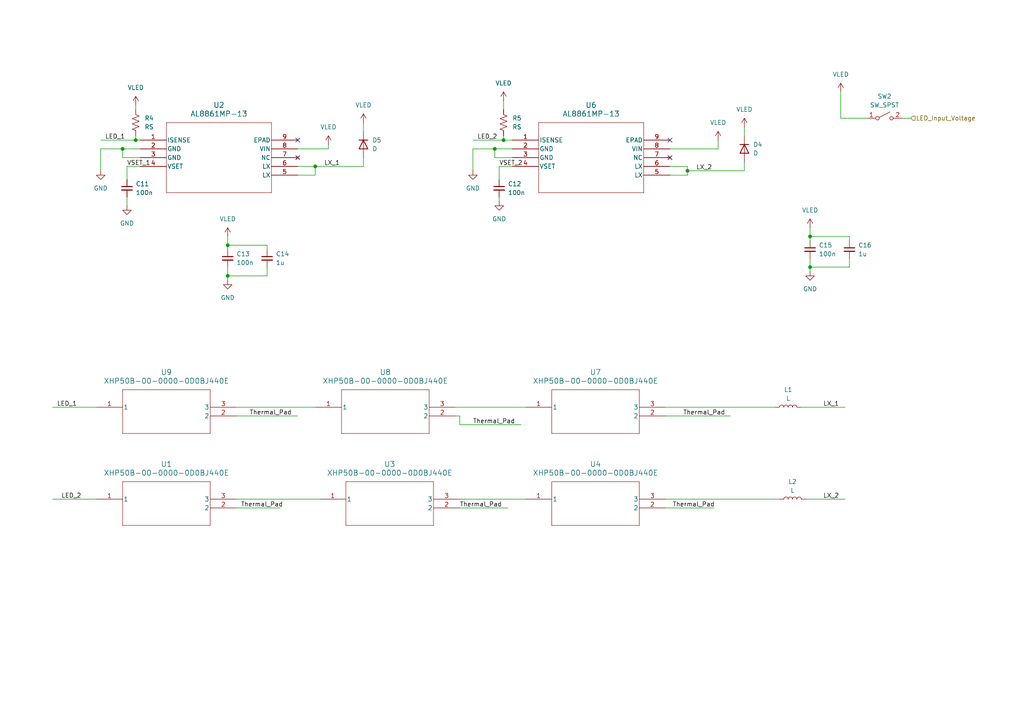
<source format=kicad_sch>
(kicad_sch (version 20250114) (generator "eeschema") (generator_version "9.0")
  (paper "A4")
  (lib_symbols
    (symbol "AL8861MP:AL8861MP-13" (pin_names (offset 0.254))
      (property "Reference" "U" (at 22.86 10.16 0))
      (property "Value" "AL8861MP-13" (at 22.86 7.62 0))
      (symbol "AL8861MP-13_0_1"
        (polyline (pts (xy 7.62 5.08) (xy 7.62 -15.24)) (stroke (width 0.127)))
        (polyline (pts (xy 7.62 -15.24) (xy 38.1 -15.24)) (stroke (width 0.127)))
        (polyline (pts (xy 38.1 5.08) (xy 7.62 5.08)) (stroke (width 0.127)))
        (polyline (pts (xy 38.1 -15.24) (xy 38.1 5.08)) (stroke (width 0.127)))
        (pin unspecified line (at 0 0 0) (length 7.62) (name "ISENSE") (number "1"))
        (pin power_out line (at 0 -2.54 0) (length 7.62) (name "GND") (number "2"))
        (pin power_out line (at 0 -5.08 0) (length 7.62) (name "GND") (number "3"))
        (pin power_in line (at 0 -7.62 0) (length 7.62) (name "VSET") (number "4"))
        (pin power_out line (at 45.72 0 180) (length 7.62) (name "EPAD") (number "9"))
        (pin power_in line (at 45.72 -2.54 180) (length 7.62) (name "VIN") (number "8"))
        (pin no_connect line (at 45.72 -5.08 180) (length 7.62) (name "NC") (number "7"))
        (pin unspecified line (at 45.72 -7.62 180) (length 7.62) (name "LX") (number "6"))
        (pin unspecified line (at 45.72 -10.16 180) (length 7.62) (name "LX") (number "5"))
      )
    )
    (symbol "Device:C_Small" (pin_numbers (hide yes)) (pin_names (offset 0.254) (hide yes))
      (property "Reference" "C" (at 0.254 1.778 0))
      (property "Value" "C_Small" (at 0.254 -2.032 0))
      (symbol "C_Small_0_1"
        (polyline (pts (xy -1.524 0.508) (xy 1.524 0.508)) (stroke (width 0.3048)))
        (polyline (pts (xy -1.524 -0.508) (xy 1.524 -0.508)) (stroke (width 0.3302)))
      )
      (symbol "C_Small_1_1"
        (pin passive line (at 0 2.54 270) (length 2.032) (name "~") (number "1"))
        (pin passive line (at 0 -2.54 90) (length 2.032) (name "~") (number "2"))
      )
    )
    (symbol "Device:D" (pin_numbers (hide yes)) (pin_names (offset 1.016) (hide yes))
      (property "Reference" "D" (at 0 2.54 0))
      (property "Value" "D" (at 0 -2.54 0))
      (symbol "D_0_1"
        (polyline (pts (xy -1.27 1.27) (xy -1.27 -1.27)) (stroke (width 0.254)))
        (polyline (pts (xy 1.27 1.27) (xy 1.27 -1.27) (xy -1.27 0) (xy 1.27 1.27)) (stroke (width 0.254)))
        (polyline (pts (xy 1.27 0) (xy -1.27 0)))
      )
      (symbol "D_1_1"
        (pin passive line (at -3.81 0 0) (length 2.54) (name "K") (number "1"))
        (pin passive line (at 3.81 0 180) (length 2.54) (name "A") (number "2"))
      )
    )
    (symbol "Device:L" (pin_numbers (hide yes)) (pin_names (offset 1.016) (hide yes))
      (property "Reference" "L" (at -1.27 0 90))
      (property "Value" "L" (at 1.905 0 90))
      (symbol "L_0_1"
        (arc (start 0 2.54) (mid 0.6323 1.905) (end 0 1.27))
        (arc (start 0 1.27) (mid 0.6323 0.635) (end 0 0))
        (arc (start 0 0) (mid 0.6323 -0.635) (end 0 -1.27))
        (arc (start 0 -1.27) (mid 0.6323 -1.905) (end 0 -2.54))
      )
      (symbol "L_1_1"
        (pin passive line (at 0 3.81 270) (length 1.27) (name "1") (number "1"))
        (pin passive line (at 0 -3.81 90) (length 1.27) (name "2") (number "2"))
      )
    )
    (symbol "Device:R_US" (pin_numbers (hide yes)) (pin_names (offset 0))
      (property "Reference" "R" (at 2.54 0 90))
      (property "Value" "R_US" (at -2.54 0 90))
      (symbol "R_US_0_1"
        (polyline (pts (xy 0 2.286) (xy 0 2.54)))
        (polyline (pts (xy 0 2.286) (xy 1.016 1.905) (xy 0 1.524) (xy -1.016 1.143) (xy 0 0.762)))
        (polyline (pts (xy 0 0.762) (xy 1.016 0.381) (xy 0 0) (xy -1.016 -0.381) (xy 0 -0.762)))
        (polyline (pts (xy 0 -0.762) (xy 1.016 -1.143) (xy 0 -1.524) (xy -1.016 -1.905) (xy 0 -2.286)))
        (polyline (pts (xy 0 -2.286) (xy 0 -2.54)))
      )
      (symbol "R_US_1_1"
        (pin passive line (at 0 3.81 270) (length 1.27) (name "~") (number "1"))
        (pin passive line (at 0 -3.81 90) (length 1.27) (name "~") (number "2"))
      )
    )
    (symbol "Switch:SW_SPST" (pin_names (offset 0) (hide yes))
      (property "Reference" "SW" (at 0 3.175 0))
      (property "Value" "SW_SPST" (at 0 -2.54 0))
      (symbol "SW_SPST_0_0"
        (circle (center -2.032 0) (radius 0.508))
        (polyline (pts (xy -1.524 0.254) (xy 1.524 1.778)))
        (circle (center 2.032 0) (radius 0.508))
      )
      (symbol "SW_SPST_1_1"
        (pin passive line (at -5.08 0 0) (length 2.54) (name "A") (number "1"))
        (pin passive line (at 5.08 0 180) (length 2.54) (name "B") (number "2"))
      )
    )
    (symbol "XHP50B-00-0000-0D0BJ440E:XHP50B-00-0000-0D0BJ440E" (pin_names (offset 0.254))
      (property "Reference" "U" (at 20.32 10.16 0))
      (property "Value" "XHP50B-00-0000-0D0BJ440E" (at 20.32 7.62 0))
      (symbol "XHP50B-00-0000-0D0BJ440E_0_1"
        (polyline (pts (xy 7.62 5.08) (xy 7.62 -7.62)) (stroke (width 0.127)))
        (polyline (pts (xy 7.62 -7.62) (xy 33.02 -7.62)) (stroke (width 0.127)))
        (polyline (pts (xy 33.02 5.08) (xy 7.62 5.08)) (stroke (width 0.127)))
        (polyline (pts (xy 33.02 -7.62) (xy 33.02 5.08)) (stroke (width 0.127)))
        (pin unspecified line (at 0 0 0) (length 7.62) (name "1") (number "1"))
        (pin unspecified line (at 40.64 0 180) (length 7.62) (name "3") (number "3"))
        (pin unspecified line (at 40.64 -2.54 180) (length 7.62) (name "2") (number "2"))
      )
    )
    (symbol "power:GND" (power) (pin_numbers (hide yes)) (pin_names (offset 0) (hide yes))
      (property "Value" "GND" (at 0 -3.81 0))
      (symbol "GND_0_1"
        (polyline (pts (xy 0 0) (xy 0 -1.27) (xy 1.27 -1.27) (xy 0 -2.54) (xy -1.27 -1.27) (xy 0 -1.27)))
      )
      (symbol "GND_1_1"
        (pin power_in line (at 0 0 270) (length 0) (name "~") (number "1"))
      )
    )
    (symbol "power:VBUS" (power) (pin_numbers (hide yes)) (pin_names (offset 0) (hide yes))
      (property "Value" "VBUS" (at 0 3.556 0))
      (symbol "VBUS_0_1"
        (polyline (pts (xy -0.762 1.27) (xy 0 2.54)))
        (polyline (pts (xy 0 2.54) (xy 0.762 1.27)))
        (polyline (pts (xy 0 0) (xy 0 2.54)))
      )
      (symbol "VBUS_1_1"
        (pin power_in line (at 0 0 90) (length 0) (name "~") (number "1"))
      )
    )
  )
  (junction (at 143.51 43.18))
  (junction (at 66.04 71.12))
  (junction (at 234.95 68.58))
  (junction (at 91.44 48.26))
  (junction (at 146.05 40.64))
  (junction (at 66.04 80.01))
  (junction (at 39.37 40.64))
  (junction (at 234.95 77.47))
  (junction (at 199.39 49.53))
  (junction (at 35.56 43.18))
  (no_connect (at 86.36 40.64))
  (no_connect (at 194.31 40.64))
  (no_connect (at 86.36 45.72))
  (no_connect (at 194.31 45.72))
  (wire (pts (xy 146.05 40.64) (xy 148.59 40.64)))
  (wire (pts (xy 29.21 43.18) (xy 35.56 43.18)))
  (wire (pts (xy 77.47 80.01) (xy 66.04 80.01)))
  (wire (pts (xy 143.51 43.18) (xy 148.59 43.18)))
  (wire (pts (xy 91.44 48.26) (xy 105.41 48.26)))
  (wire (pts (xy 137.16 49.53) (xy 137.16 43.18)))
  (wire (pts (xy 234.95 68.58) (xy 234.95 69.85)))
  (wire (pts (xy 133.35 123.19) (xy 151.13 123.19)))
  (wire (pts (xy 246.38 77.47) (xy 234.95 77.47)))
  (wire (pts (xy 68.58 144.78) (xy 92.71 144.78)))
  (wire (pts (xy 193.04 144.78) (xy 226.06 144.78)))
  (wire (pts (xy 132.08 120.65) (xy 133.35 120.65)))
  (wire (pts (xy 234.95 77.47) (xy 234.95 78.74)))
  (wire (pts (xy 77.47 77.47) (xy 77.47 80.01)))
  (wire (pts (xy 208.28 40.64) (xy 208.28 43.18)))
  (wire (pts (xy 133.35 144.78) (xy 152.4 144.78)))
  (wire (pts (xy 68.58 147.32) (xy 81.28 147.32)))
  (wire (pts (xy 246.38 68.58) (xy 246.38 69.85)))
  (wire (pts (xy 144.78 48.26) (xy 148.59 48.26)))
  (wire (pts (xy 68.58 118.11) (xy 91.44 118.11)))
  (wire (pts (xy 193.04 120.65) (xy 211.836 120.65)))
  (wire (pts (xy 86.36 43.18) (xy 95.25 43.18)))
  (wire (pts (xy 137.16 43.18) (xy 143.51 43.18)))
  (wire (pts (xy 199.39 50.8) (xy 194.31 50.8)))
  (wire (pts (xy 35.56 43.18) (xy 40.64 43.18)))
  (wire (pts (xy 148.59 45.72) (xy 143.51 45.72)))
  (wire (pts (xy 66.04 71.12) (xy 66.04 72.39)))
  (wire (pts (xy 35.56 45.72) (xy 35.56 43.18)))
  (wire (pts (xy 234.95 66.04) (xy 234.95 68.58)))
  (wire (pts (xy 66.04 80.01) (xy 66.04 81.28)))
  (wire (pts (xy 39.37 40.64) (xy 40.64 40.64)))
  (wire (pts (xy 199.39 48.26) (xy 199.39 49.53)))
  (wire (pts (xy 40.64 45.72) (xy 35.56 45.72)))
  (wire (pts (xy 246.38 74.93) (xy 246.38 77.47)))
  (wire (pts (xy 233.68 144.78) (xy 245.11 144.78)))
  (wire (pts (xy 137.16 40.64) (xy 146.05 40.64)))
  (wire (pts (xy 261.62 34.29) (xy 264.16 34.29)))
  (wire (pts (xy 143.51 45.72) (xy 143.51 43.18)))
  (wire (pts (xy 232.41 118.11) (xy 245.11 118.11)))
  (wire (pts (xy 66.04 77.47) (xy 66.04 80.01)))
  (wire (pts (xy 91.44 48.26) (xy 91.44 50.8)))
  (wire (pts (xy 199.39 49.53) (xy 199.39 50.8)))
  (wire (pts (xy 133.35 120.65) (xy 133.35 123.19)))
  (wire (pts (xy 29.21 49.53) (xy 29.21 43.18)))
  (wire (pts (xy 29.21 40.64) (xy 39.37 40.64)))
  (wire (pts (xy 146.05 39.37) (xy 146.05 40.64)))
  (wire (pts (xy 193.04 118.11) (xy 224.79 118.11)))
  (wire (pts (xy 234.95 74.93) (xy 234.95 77.47)))
  (wire (pts (xy 194.31 48.26) (xy 199.39 48.26)))
  (wire (pts (xy 194.31 43.18) (xy 208.28 43.18)))
  (wire (pts (xy 15.24 118.11) (xy 27.94 118.11)))
  (wire (pts (xy 15.24 144.78) (xy 27.94 144.78)))
  (wire (pts (xy 66.04 68.58) (xy 66.04 71.12)))
  (wire (pts (xy 144.78 52.07) (xy 144.78 48.26)))
  (wire (pts (xy 36.83 57.15) (xy 36.83 59.69)))
  (wire (pts (xy 243.84 26.67) (xy 243.84 34.29)))
  (wire (pts (xy 39.37 39.37) (xy 39.37 40.64)))
  (wire (pts (xy 215.9 46.99) (xy 215.9 49.53)))
  (wire (pts (xy 133.35 147.32) (xy 147.32 147.32)))
  (wire (pts (xy 95.25 41.91) (xy 95.25 43.18)))
  (wire (pts (xy 132.08 118.11) (xy 152.4 118.11)))
  (wire (pts (xy 144.78 57.15) (xy 144.78 58.42)))
  (wire (pts (xy 86.36 48.26) (xy 91.44 48.26)))
  (wire (pts (xy 91.44 50.8) (xy 86.36 50.8)))
  (wire (pts (xy 39.37 30.48) (xy 39.37 31.75)))
  (wire (pts (xy 199.39 49.53) (xy 215.9 49.53)))
  (wire (pts (xy 215.9 36.83) (xy 215.9 39.37)))
  (wire (pts (xy 105.41 45.72) (xy 105.41 48.26)))
  (wire (pts (xy 234.95 68.58) (xy 246.38 68.58)))
  (wire (pts (xy 36.83 48.26) (xy 40.64 48.26)))
  (wire (pts (xy 146.05 29.21) (xy 146.05 31.75)))
  (wire (pts (xy 36.83 52.07) (xy 36.83 48.26)))
  (wire (pts (xy 193.04 147.32) (xy 207.01 147.32)))
  (wire (pts (xy 68.58 120.65) (xy 86.36 120.65)))
  (wire (pts (xy 66.04 71.12) (xy 77.47 71.12)))
  (wire (pts (xy 77.47 71.12) (xy 77.47 72.39)))
  (wire (pts (xy 105.41 35.56) (xy 105.41 38.1)))
  (wire (pts (xy 251.46 34.29) (xy 243.84 34.29)))
  (label "Thermal_Pad" (at 195.072 147.32 0))
  (label "LX_1" (at 238.76 118.11 0))
  (label "LED_2" (at 138.43 40.64 0))
  (label "Thermal_Pad" (at 69.85 147.32 0))
  (label "Thermal_Pad" (at 198.12 120.65 0))
  (label "LED_1" (at 16.51 118.11 0))
  (label "Thermal_Pad" (at 133.35 147.32 0))
  (label "VSET_2" (at 144.78 48.26 0))
  (label "LX_2" (at 238.76 144.78 0))
  (label "VSET_1" (at 36.83 48.26 0))
  (label "Thermal_Pad" (at 72.39 120.65 0))
  (label "LX_2" (at 201.93 49.53 0))
  (label "LED_2" (at 17.78 144.78 0))
  (label "Thermal_Pad" (at 137.16 123.19 0))
  (label "LED_1" (at 30.48 40.64 0))
  (label "LX_1" (at 93.98 48.26 0))
  (hierarchical_label "LED_Input_Voltage" (shape input) (at 264.16 34.29 0))
  (symbol (lib_id "power:GND") (at 66.04 81.28 0) (unit 1)
    (property "Reference" "#PWR028" (effects (hide yes)))
    (property "Value" "GND" (at 66.04 86.36 0))
    (property "Description" "Power symbol creates a global label with name \"GND\" , ground" (effects (hide yes)))
  )
  (symbol (lib_id "Device:C_Small") (at 77.47 74.93 0) (unit 1)
    (property "Reference" "C14" (at 80.01 73.6662 0) (effects (justify left)))
    (property "Value" "1u" (at 80.01 76.2062 0) (effects (justify left)))
    (property "Footprint" "Capacitor_SMD:C_0603_1608Metric_Pad1.08x0.95mm_HandSolder" (effects (hide yes)))
    (property "Description" "Unpolarized capacitor, small symbol" (effects (hide yes)))
  )
  (symbol (lib_id "XHP50B-00-0000-0D0BJ440E:XHP50B-00-0000-0D0BJ440E") (at 92.71 144.78 0) (unit 1)
    (property "Reference" "U3" (at 113.03 134.62 0) (effects (font (size 1.524 1.524))))
    (property "Value" "XHP50B-00-0000-0D0BJ440E" (at 113.03 137.16 0) (effects (font (size 1.524 1.524))))
    (property "Footprint" "CHIP_D0BJ440E_WFS" (effects (hide yes)))
    (property "Datasheet" "XHP50B-00-0000-0D0BJ440E" (effects (hide yes)))
  )
  (symbol (lib_id "Device:C_Small") (at 234.95 72.39 0) (unit 1)
    (property "Reference" "C15" (at 237.49 71.1262 0) (effects (justify left)))
    (property "Value" "100n" (at 237.49 73.6662 0) (effects (justify left)))
    (property "Footprint" "Capacitor_SMD:C_0603_1608Metric_Pad1.08x0.95mm_HandSolder" (effects (hide yes)))
    (property "Description" "Unpolarized capacitor, small symbol" (effects (hide yes)))
  )
  (symbol (lib_id "XHP50B-00-0000-0D0BJ440E:XHP50B-00-0000-0D0BJ440E") (at 27.94 118.11 0) (unit 1)
    (property "Reference" "U9" (at 48.26 107.95 0) (effects (font (size 1.524 1.524))))
    (property "Value" "XHP50B-00-0000-0D0BJ440E" (at 48.26 110.49 0) (effects (font (size 1.524 1.524))))
    (property "Footprint" "CHIP_D0BJ440E_WFS" (effects (hide yes)))
    (property "Datasheet" "XHP50B-00-0000-0D0BJ440E" (effects (hide yes)))
  )
  (symbol (lib_id "Device:C_Small") (at 36.83 54.61 0) (unit 1)
    (property "Reference" "C11" (at 39.37 53.3462 0) (effects (justify left)))
    (property "Value" "100n" (at 39.37 55.8862 0) (effects (justify left)))
    (property "Footprint" "Capacitor_SMD:C_0603_1608Metric_Pad1.08x0.95mm_HandSolder" (effects (hide yes)))
    (property "Description" "Unpolarized capacitor, small symbol" (effects (hide yes)))
  )
  (symbol (lib_id "Device:C_Small") (at 246.38 72.39 0) (unit 1)
    (property "Reference" "C16" (at 248.92 71.1262 0) (effects (justify left)))
    (property "Value" "1u" (at 248.92 73.6662 0) (effects (justify left)))
    (property "Footprint" "Capacitor_SMD:C_0603_1608Metric_Pad1.08x0.95mm_HandSolder" (effects (hide yes)))
    (property "Description" "Unpolarized capacitor, small symbol" (effects (hide yes)))
  )
  (symbol (lib_id "Device:L") (at 228.6 118.11 90) (unit 1)
    (property "Reference" "L1" (at 228.6 113.03 90))
    (property "Value" "L" (at 228.6 115.57 90))
    (property "Description" "Inductor" (effects (hide yes)))
  )
  (symbol (lib_id "power:GND") (at 234.95 78.74 0) (unit 1)
    (property "Reference" "#PWR029" (effects (hide yes)))
    (property "Value" "GND" (at 234.95 83.82 0))
    (property "Description" "Power symbol creates a global label with name \"GND\" , ground" (effects (hide yes)))
  )
  (symbol (lib_id "XHP50B-00-0000-0D0BJ440E:XHP50B-00-0000-0D0BJ440E") (at 152.4 118.11 0) (unit 1)
    (property "Reference" "U7" (at 172.72 107.95 0) (effects (font (size 1.524 1.524))))
    (property "Value" "XHP50B-00-0000-0D0BJ440E" (at 172.72 110.49 0) (effects (font (size 1.524 1.524))))
    (property "Footprint" "CHIP_D0BJ440E_WFS" (effects (hide yes)))
    (property "Datasheet" "XHP50B-00-0000-0D0BJ440E" (effects (hide yes)))
  )
  (symbol (lib_id "Switch:SW_SPST") (at 256.54 34.29 0) (unit 1)
    (property "Reference" "SW2" (at 256.54 27.94 0))
    (property "Value" "SW_SPST" (at 256.54 30.48 0))
    (property "Description" "Single Pole Single Throw (SPST) switch" (effects (hide yes)))
  )
  (symbol (lib_id "power:GND") (at 144.78 58.42 0) (unit 1)
    (property "Reference" "#PWR025" (effects (hide yes)))
    (property "Value" "GND" (at 144.78 63.5 0))
    (property "Description" "Power symbol creates a global label with name \"GND\" , ground" (effects (hide yes)))
  )
  (symbol (lib_id "power:VBUS") (at 39.37 30.48 0) (unit 1)
    (property "Reference" "#PWR033" (effects (hide yes)))
    (property "Value" "VLED" (at 39.37 25.4 0))
    (property "Description" "Power symbol creates a global label with name \"VBUS\"" (effects (hide yes)))
  )
  (symbol (lib_id "power:VBUS") (at 243.84 26.67 0) (unit 1)
    (property "Reference" "#PWR030" (effects (hide yes)))
    (property "Value" "VLED" (at 243.84 21.59 0))
    (property "Description" "Power symbol creates a global label with name \"VBUS\"" (effects (hide yes)))
  )
  (symbol (lib_id "power:VBUS") (at 66.04 68.58 0) (unit 1)
    (property "Reference" "#PWR037" (effects (hide yes)))
    (property "Value" "VLED" (at 66.04 63.5 0))
    (property "Description" "Power symbol creates a global label with name \"VBUS\"" (effects (hide yes)))
  )
  (symbol (lib_id "power:VBUS") (at 234.95 66.04 0) (unit 1)
    (property "Reference" "#PWR038" (effects (hide yes)))
    (property "Value" "VLED" (at 234.95 60.96 0))
    (property "Description" "Power symbol creates a global label with name \"VBUS\"" (effects (hide yes)))
  )
  (symbol (lib_id "Device:C_Small") (at 144.78 54.61 0) (unit 1)
    (property "Reference" "C12" (at 147.32 53.3462 0) (effects (justify left)))
    (property "Value" "100n" (at 147.32 55.8862 0) (effects (justify left)))
    (property "Footprint" "Capacitor_SMD:C_0603_1608Metric_Pad1.08x0.95mm_HandSolder" (effects (hide yes)))
    (property "Description" "Unpolarized capacitor, small symbol" (effects (hide yes)))
  )
  (symbol (lib_id "Device:C_Small") (at 66.04 74.93 0) (unit 1)
    (property "Reference" "C13" (at 68.58 73.6662 0) (effects (justify left)))
    (property "Value" "100n" (at 68.58 76.2062 0) (effects (justify left)))
    (property "Footprint" "Capacitor_SMD:C_0603_1608Metric_Pad1.08x0.95mm_HandSolder" (effects (hide yes)))
    (property "Description" "Unpolarized capacitor, small symbol" (effects (hide yes)))
  )
  (symbol (lib_id "XHP50B-00-0000-0D0BJ440E:XHP50B-00-0000-0D0BJ440E") (at 91.44 118.11 0) (unit 1)
    (property "Reference" "U8" (at 111.76 107.95 0) (effects (font (size 1.524 1.524))))
    (property "Value" "XHP50B-00-0000-0D0BJ440E" (at 111.76 110.49 0) (effects (font (size 1.524 1.524))))
    (property "Footprint" "CHIP_D0BJ440E_WFS" (effects (hide yes)))
    (property "Datasheet" "XHP50B-00-0000-0D0BJ440E" (effects (hide yes)))
  )
  (symbol (lib_id "Device:D") (at 215.9 43.18 270) (unit 1)
    (property "Reference" "D4" (at 218.44 41.9099 90) (effects (justify left)))
    (property "Value" "D" (at 218.44 44.4499 90) (effects (justify left)))
    (property "Footprint" "Diode_SMD:D_0603_1608Metric" (effects (hide yes)))
    (property "Description" "Diode" (effects (hide yes)))
    (property "Sim.Device" "D" (effects (hide yes)))
    (property "Sim.Pins" "1=K 2=A" (effects (hide yes)))
  )
  (symbol (lib_id "AL8861MP:AL8861MP-13") (at 148.59 40.64 0) (unit 1)
    (property "Reference" "U6" (at 171.45 30.48 0) (effects (font (size 1.524 1.524))))
    (property "Value" "AL8861MP-13" (at 171.45 33.02 0) (effects (font (size 1.524 1.524))))
    (property "Footprint" "MSOP-8EP_DIO" (effects (hide yes)))
    (property "Datasheet" "AL8861MP-13" (effects (hide yes)))
  )
  (symbol (lib_id "power:VBUS") (at 215.9 36.83 0) (unit 1)
    (property "Reference" "#PWR036" (effects (hide yes)))
    (property "Value" "VLED" (at 215.9 31.75 0))
    (property "Description" "Power symbol creates a global label with name \"VBUS\"" (effects (hide yes)))
  )
  (symbol (lib_id "AL8861MP:AL8861MP-13") (at 40.64 40.64 0) (unit 1)
    (property "Reference" "U2" (at 63.5 30.48 0) (effects (font (size 1.524 1.524))))
    (property "Value" "AL8861MP-13" (at 63.5 33.02 0) (effects (font (size 1.524 1.524))))
    (property "Footprint" "MSOP-8EP_DIO" (effects (hide yes)))
    (property "Datasheet" "AL8861MP-13" (effects (hide yes)))
  )
  (symbol (lib_id "power:VBUS") (at 208.28 40.64 0) (unit 1)
    (property "Reference" "#PWR032" (effects (hide yes)))
    (property "Value" "VLED" (at 208.28 35.56 0))
    (property "Description" "Power symbol creates a global label with name \"VBUS\"" (effects (hide yes)))
  )
  (symbol (lib_id "power:VBUS") (at 105.41 35.56 0) (unit 1)
    (property "Reference" "#PWR035" (effects (hide yes)))
    (property "Value" "VLED" (at 105.41 30.48 0))
    (property "Description" "Power symbol creates a global label with name \"VBUS\"" (effects (hide yes)))
  )
  (symbol (lib_id "power:VBUS") (at 95.25 41.91 0) (unit 1)
    (property "Reference" "#PWR031" (effects (hide yes)))
    (property "Value" "VLED" (at 95.25 36.83 0))
    (property "Description" "Power symbol creates a global label with name \"VBUS\"" (effects (hide yes)))
  )
  (symbol (lib_id "power:GND") (at 29.21 49.53 0) (unit 1)
    (property "Reference" "#PWR012" (effects (hide yes)))
    (property "Value" "GND" (at 29.21 54.61 0))
    (property "Description" "Power symbol creates a global label with name \"GND\" , ground" (effects (hide yes)))
  )
  (symbol (lib_id "Device:D") (at 105.41 41.91 270) (unit 1)
    (property "Reference" "D5" (at 107.95 40.6399 90) (effects (justify left)))
    (property "Value" "D" (at 107.95 43.1799 90) (effects (justify left)))
    (property "Footprint" "Diode_SMD:D_0603_1608Metric" (effects (hide yes)))
    (property "Description" "Diode" (effects (hide yes)))
    (property "Sim.Device" "D" (effects (hide yes)))
    (property "Sim.Pins" "1=K 2=A" (effects (hide yes)))
  )
  (symbol (lib_id "Device:R_US") (at 39.37 35.56 0) (unit 1)
    (property "Reference" "R4" (at 41.91 34.2899 0) (effects (justify left)))
    (property "Value" "RS" (at 41.91 36.8299 0) (effects (justify left)))
    (property "Footprint" "Resistor_SMD:R_0603_1608Metric_Pad0.98x0.95mm_HandSolder" (effects (hide yes)))
    (property "Description" "Resistor, US symbol" (effects (hide yes)))
  )
  (symbol (lib_id "power:VBUS") (at 146.05 29.21 0) (unit 1)
    (property "Reference" "#PWR034" (effects (hide yes)))
    (property "Value" "VLED" (at 146.05 24.13 0))
    (property "Description" "Power symbol creates a global label with name \"VBUS\"" (effects (hide yes)))
  )
  (symbol (lib_id "power:GND") (at 36.83 59.69 0) (unit 1)
    (property "Reference" "#PWR023" (effects (hide yes)))
    (property "Value" "GND" (at 36.83 64.77 0))
    (property "Description" "Power symbol creates a global label with name \"GND\" , ground" (effects (hide yes)))
  )
  (symbol (lib_id "XHP50B-00-0000-0D0BJ440E:XHP50B-00-0000-0D0BJ440E") (at 152.4 144.78 0) (unit 1)
    (property "Reference" "U4" (at 172.72 134.62 0) (effects (font (size 1.524 1.524))))
    (property "Value" "XHP50B-00-0000-0D0BJ440E" (at 172.72 137.16 0) (effects (font (size 1.524 1.524))))
    (property "Footprint" "CHIP_D0BJ440E_WFS" (effects (hide yes)))
    (property "Datasheet" "XHP50B-00-0000-0D0BJ440E" (effects (hide yes)))
  )
  (symbol (lib_id "XHP50B-00-0000-0D0BJ440E:XHP50B-00-0000-0D0BJ440E") (at 27.94 144.78 0) (unit 1)
    (property "Reference" "U1" (at 48.26 134.62 0) (effects (font (size 1.524 1.524))))
    (property "Value" "XHP50B-00-0000-0D0BJ440E" (at 48.26 137.16 0) (effects (font (size 1.524 1.524))))
    (property "Footprint" "CHIP_D0BJ440E_WFS" (effects (hide yes)))
    (property "Datasheet" "XHP50B-00-0000-0D0BJ440E" (effects (hide yes)))
  )
  (symbol (lib_id "Device:L") (at 229.87 144.78 90) (unit 1)
    (property "Reference" "L2" (at 229.87 139.7 90))
    (property "Value" "L" (at 229.87 142.24 90))
    (property "Description" "Inductor" (effects (hide yes)))
  )
  (symbol (lib_id "Device:R_US") (at 146.05 35.56 0) (unit 1)
    (property "Reference" "R5" (at 148.59 34.2899 0) (effects (justify left)))
    (property "Value" "RS" (at 148.59 36.8299 0) (effects (justify left)))
    (property "Footprint" "Resistor_SMD:R_0603_1608Metric_Pad0.98x0.95mm_HandSolder" (effects (hide yes)))
    (property "Description" "Resistor, US symbol" (effects (hide yes)))
  )
  (symbol (lib_id "power:GND") (at 137.16 49.53 0) (unit 1)
    (property "Reference" "#PWR024" (effects (hide yes)))
    (property "Value" "GND" (at 137.16 54.61 0))
    (property "Description" "Power symbol creates a global label with name \"GND\" , ground" (effects (hide yes)))
  )
)
</source>
